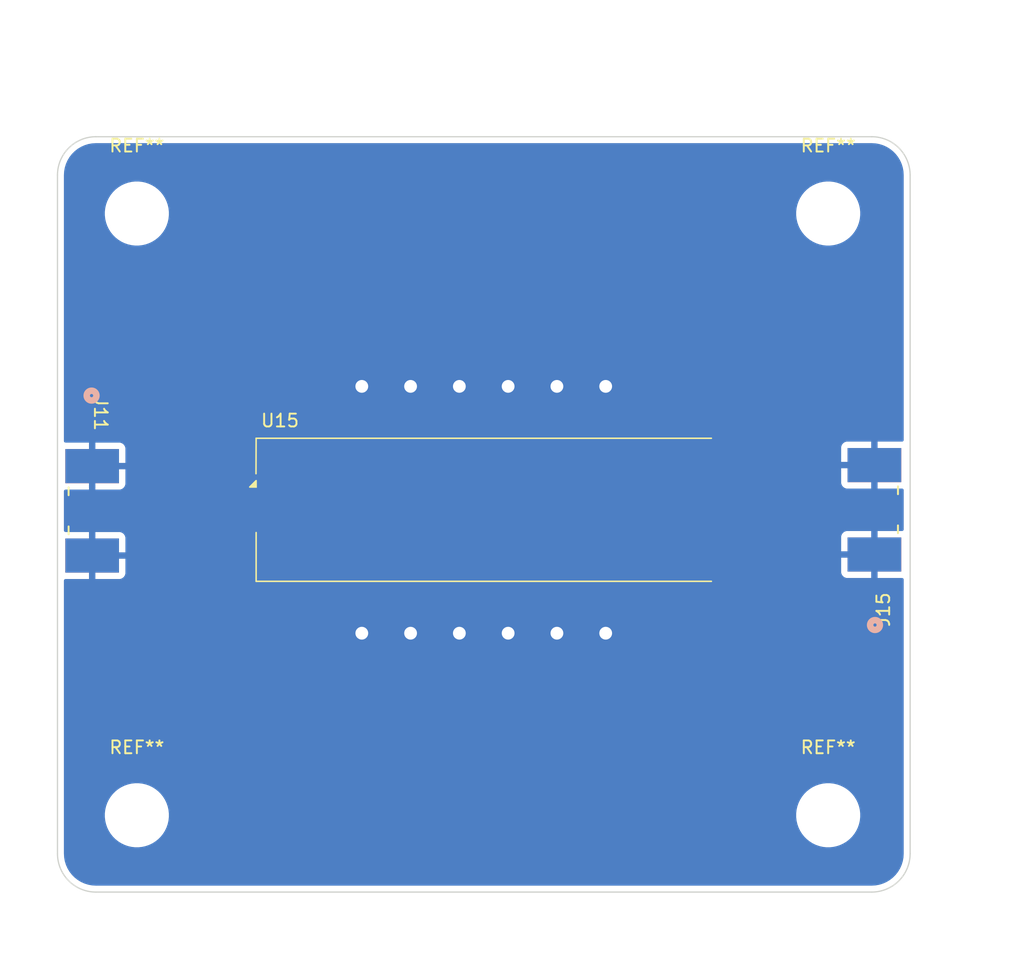
<source format=kicad_pcb>
(kicad_pcb (version 20240108) (generator "pcbnew") (generator_version "8.0")
  (title_block (title "RCA Telescope PCBs") (date "2025-03-30"))
  (layers (0 "F.Cu" signal) (31 "B.Cu" signal) (34 "B.Paste" user) (35 "F.Paste" user) (36 "B.SilkS" user "B.Silkscreen") (37 "F.SilkS" user "F.Silkscreen") (38 "B.Mask" user) (39 "F.Mask" user) (44 "Edge.Cuts" user))
  (net 0 "")
  (net 1 "/SMDFilter/SIGNAL_IN")
  (net 2 "/SMDFilter/SIGNAL_OUT")
  (net 3 "/SMDFilter/GND")
  (footprint "MountingHole:MountingHole_4.3mm_M4" (layer "F.Cu") (at 236.9 26)
    (property "Reference" "REF**" (at 0 -5.3 0) (layer "F.SilkS"))
    (property "Value" "MountingHole_4.3mm_M4")
    (pad "" np_thru_hole circle (at 0 0) (size 4.3 4.3) (drill 4.3) (layers "*.Cu" "*.Mask"))
  )
  (footprint "MountingHole:MountingHole_4.3mm_M4" (layer "F.Cu") (at 182.9 73)
    (property "Reference" "REF**" (at 0 -5.3 0) (layer "F.SilkS"))
    (property "Value" "MountingHole_4.3mm_M4")
    (pad "" np_thru_hole circle (at 0 0) (size 4.3 4.3) (drill 4.3) (layers "*.Cu" "*.Mask"))
  )
  (footprint "RF_Mini-Circuits:Mini-Circuits_HQ1157" (layer "F.Cu") (at 209.996 49.1405 90)
    (property "Reference" "U15" (at 6.96464 -15.916 0) (layer "F.SilkS"))
    (property "Value" "BPF-A1340+")
    (fp_line (start 2.82 -17.79) (end 5.588 -17.78) (stroke (width 0.12)) (layer "F.SilkS"))
    (fp_line (start 5.588 -17.78) (end 5.588 17.78) (stroke (width 0.12)) (layer "F.SilkS"))
    (fp_line (start -5.588 -17.78) (end -1.778 -17.78) (stroke (width 0.12)) (layer "F.SilkS"))
    (fp_line (start -5.588 -17.78) (end -5.588 17.78) (stroke (width 0.12)) (layer "F.SilkS"))
    (fp_poly (pts (xy 1.778 -17.78) (xy 1.778 -18.28) (xy 2.278 -17.78) (xy 1.778 -17.78)) (stroke (width 0.12)) (fill solid) (layer "F.SilkS"))
    (pad "1" smd rect (at 0 -16.256) (size 3.048 2.54) (layers "F.Cu" "F.Paste" "F.Mask") (net 1 "/SMDFilter/SIGNAL_IN"))
    (pad "2" smd rect (at -3.6195 -9.525 180) (size 2.54 3.048) (layers "F.Cu" "F.Paste" "F.Mask") (net 3 "/SMDFilter/GND"))
    (pad "3" smd rect (at -3.6195 -5.715 180) (size 2.54 3.048) (layers "F.Cu" "F.Paste" "F.Mask") (net 3 "/SMDFilter/GND"))
    (pad "4" smd rect (at -3.6195 -1.905 180) (size 2.54 3.048) (layers "F.Cu" "F.Paste" "F.Mask") (net 3 "/SMDFilter/GND"))
    (pad "5" smd rect (at -3.6195 1.905 180) (size 2.54 3.048) (layers "F.Cu" "F.Paste" "F.Mask") (net 3 "/SMDFilter/GND"))
    (pad "6" smd rect (at -3.6195 5.715 180) (size 2.54 3.048) (layers "F.Cu" "F.Paste" "F.Mask") (net 3 "/SMDFilter/GND"))
    (pad "7" smd rect (at -3.6195 9.525 180) (size 2.54 3.048) (layers "F.Cu" "F.Paste" "F.Mask") (net 3 "/SMDFilter/GND"))
    (pad "8" smd rect (at 0 16.256) (size 3.048 2.54) (layers "F.Cu" "F.Paste" "F.Mask") (net 2 "/SMDFilter/SIGNAL_OUT"))
    (pad "9" smd rect (at 3.6195 9.525) (size 2.54 3.048) (layers "F.Cu" "F.Paste" "F.Mask") (net 3 "/SMDFilter/GND"))
    (pad "10" smd rect (at 3.6195 5.715) (size 2.54 3.048) (layers "F.Cu" "F.Paste" "F.Mask") (net 3 "/SMDFilter/GND"))
    (pad "11" smd rect (at 3.6195 1.905) (size 2.54 3.048) (layers "F.Cu" "F.Paste" "F.Mask") (net 3 "/SMDFilter/GND"))
    (pad "12" smd rect (at 3.6195 -1.905) (size 2.54 3.048) (layers "F.Cu" "F.Paste" "F.Mask") (net 3 "/SMDFilter/GND"))
    (pad "13" smd rect (at 3.6195 -5.715) (size 2.54 3.048) (layers "F.Cu" "F.Paste" "F.Mask") (net 3 "/SMDFilter/GND"))
    (pad "14" smd rect (at 3.6195 -9.525) (size 2.54 3.048) (layers "F.Cu" "F.Paste" "F.Mask") (net 3 "/SMDFilter/GND"))
  )
  (footprint "Library:Kikit_Board_Label" (layer "F.Cu") (at 192.9 20)
    (property "Reference" "SF")
    (property "Value" "Kikit_Board_Label")
  )
  (footprint "MountingHole:MountingHole_4.3mm_M4" (layer "F.Cu") (at 182.9 26)
    (property "Reference" "REF**" (at 0 -5.3 0) (layer "F.SilkS"))
    (property "Value" "MountingHole_4.3mm_M4")
    (pad "" np_thru_hole circle (at 0 0) (size 4.3 4.3) (drill 4.3) (layers "*.Cu" "*.Mask"))
  )
  (footprint "Library:CONN_142-0711-821_CIN" (layer "F.Cu") (at 235.55526 49.1405 90)
    (property "Reference" "J15" (at -7.8 5.653 90) (layer "F.SilkS"))
    (property "Value" "ANT")
    (fp_circle (center -9 5) (end -8.619 5) (stroke (width 0.508)) (fill none) (layer "B.SilkS"))
    (fp_line (start 1.22174 6.7945) (end 1.82626 6.7945) (stroke (width 0.1524)) (layer "F.SilkS"))
    (fp_line (start -1.82626 6.7945) (end -1.22174 6.7945) (stroke (width 0.1524)) (layer "F.SilkS"))
    (pad "1" smd rect (at 0 4.953 90) (size 1.778 4.191) (layers "F.Cu" "F.Paste" "F.Mask") (net 2 "/SMDFilter/SIGNAL_OUT"))
    (pad "3" smd rect (at -3.4925 4.953 90) (size 2.667 4.191) (layers "F.Cu" "F.Paste" "F.Mask"))
    (pad "4" smd rect (at -3.4925 4.953 90) (size 2.667 4.191) (layers "B.Cu" "B.Paste" "B.Mask") (net 3 "/SMDFilter/GND"))
    (pad "5" smd rect (at 3.4925 4.953 90) (size 2.667 4.191) (layers "F.Cu" "F.Paste" "F.Mask"))
    (pad "6" smd rect (at 3.4925 4.953 90) (size 2.667 4.191) (layers "B.Cu" "B.Paste" "B.Mask") (net 3 "/SMDFilter/GND"))
  )
  (footprint "MountingHole:MountingHole_4.3mm_M4" (layer "F.Cu") (at 236.9 73)
    (property "Reference" "REF**" (at 0 -5.3 0) (layer "F.SilkS"))
    (property "Value" "MountingHole_4.3mm_M4")
    (pad "" np_thru_hole circle (at 0 0) (size 4.3 4.3) (drill 4.3) (layers "*.Cu" "*.Mask"))
  )
  (footprint "Library:CONN_142-0711-821_CIN" (layer "F.Cu") (at 184.363 49.2205 -90)
    (property "Reference" "J11" (at -7.59 4.283 -90) (layer "F.SilkS"))
    (property "Value" "ANT")
    (fp_circle (center -9 5) (end -8.619 5) (stroke (width 0.508)) (fill none) (layer "B.SilkS"))
    (fp_line (start -1.82626 6.7945) (end -1.22174 6.7945) (stroke (width 0.1524)) (layer "F.SilkS"))
    (fp_line (start 1.22174 6.7945) (end 1.82626 6.7945) (stroke (width 0.1524)) (layer "F.SilkS"))
    (pad "1" smd rect (at 0 4.953 270) (size 1.778 4.191) (layers "F.Cu" "F.Paste" "F.Mask") (net 1 "/SMDFilter/SIGNAL_IN"))
    (pad "3" smd rect (at -3.4925 4.953 270) (size 2.667 4.191) (layers "F.Cu" "F.Paste" "F.Mask"))
    (pad "4" smd rect (at -3.4925 4.953 270) (size 2.667 4.191) (layers "B.Cu" "B.Paste" "B.Mask") (net 3 "/SMDFilter/GND"))
    (pad "5" smd rect (at 3.4925 4.953 270) (size 2.667 4.191) (layers "F.Cu" "F.Paste" "F.Mask"))
    (pad "6" smd rect (at 3.4925 4.953 270) (size 2.667 4.191) (layers "B.Cu" "B.Paste" "B.Mask") (net 3 "/SMDFilter/GND"))
  )
  (gr_rect (start 217.86 38) (end 221.18 44) (fill solid) (layer "F.Cu") (net 3))
  (gr_rect (start 202.621 54.28) (end 205.941 60.28) (fill solid) (layer "F.Cu") (net 3))
  (gr_rect (start 206.43 38) (end 209.75 44) (fill solid) (layer "F.Cu") (net 3))
  (gr_rect (start 210.24 38) (end 213.56 44) (fill solid) (layer "F.Cu") (net 3))
  (gr_poly (pts (xy 227.77 50.80248) (xy 238.04526 50.80502) (xy 242.7703 50.14462) (xy 242.7703 48.1431) (xy 238.0459 47.4827) (xy 227.77 47.4805)) (fill solid) (layer "F.Cu") (net 2))
  (gr_rect (start 210.241 54.28) (end 213.561 60.28) (fill solid) (layer "F.Cu") (net 3))
  (gr_rect (start 217.861 54.28) (end 221.181 60.28) (fill solid) (layer "F.Cu") (net 3))
  (gr_rect (start 214.05 38) (end 217.37 44) (fill solid) (layer "F.Cu") (net 3))
  (gr_rect (start 198.81 38) (end 202.13 44) (fill solid) (layer "F.Cu") (net 3))
  (gr_rect (start 202.62 38) (end 205.94 44) (fill solid) (layer "F.Cu") (net 3))
  (gr_rect (start 198.811 54.28) (end 202.131 60.28) (fill solid) (layer "F.Cu") (net 3))
  (gr_rect (start 206.431 54.28) (end 209.751 60.28) (fill solid) (layer "F.Cu") (net 3))
  (gr_rect (start 214.051 54.28) (end 217.371 60.28) (fill solid) (layer "F.Cu") (net 3))
  (gr_poly (pts (xy 177.21668 50.22322) (xy 182.21 50.84298) (xy 192.22 50.84298) (xy 192.22 47.5232) (xy 182.21794 47.5232) (xy 177.21668 48.2217)) (fill solid) (layer "F.Cu") (net 1))
  (gr_line (start 176.7 76) (end 176.7 23) (stroke (width 0.1)) (layer "Edge.Cuts"))
  (gr_arc (start 243.3 76) (mid 242.42132 78.12132) (end 240.3 79) (stroke (width 0.1)) (layer "Edge.Cuts"))
  (gr_line (start 179.7 20) (end 240.3 20) (stroke (width 0.1)) (layer "Edge.Cuts"))
  (gr_arc (start 179.7 79) (mid 177.578679 78.12132) (end 176.7 76) (stroke (width 0.1)) (layer "Edge.Cuts"))
  (gr_arc (start 240.3 20) (mid 242.42132 20.878679) (end 243.3 23) (stroke (width 0.1)) (layer "Edge.Cuts"))
  (gr_line (start 240.3 79) (end 179.7 79) (stroke (width 0.1)) (layer "Edge.Cuts"))
  (gr_line (start 243.3 23) (end 243.3 76) (stroke (width 0.1)) (layer "Edge.Cuts"))
  (gr_arc (start 176.7 23) (mid 177.578679 20.878679) (end 179.7 20) (stroke (width 0.1)) (layer "Edge.Cuts"))
  (via (at 204.281 58.78) (size 1.4) (drill 1) (layers "F.Cu" "B.Cu") (net 3))
  (via (at 211.9 39.5) (size 1.4) (drill 1) (layers "F.Cu" "B.Cu") (net 3))
  (via (at 211.901 58.78) (size 1.4) (drill 1) (layers "F.Cu" "B.Cu") (net 3))
  (via (at 219.521 58.78) (size 1.4) (drill 1) (layers "F.Cu" "B.Cu") (net 3))
  (via (at 204.28 39.5) (size 1.4) (drill 1) (layers "F.Cu" "B.Cu") (net 3))
  (via (at 208.09 39.5) (size 1.4) (drill 1) (layers "F.Cu" "B.Cu") (net 3))
  (via (at 219.52 39.5) (size 1.4) (drill 1) (layers "F.Cu" "B.Cu") (net 3))
  (via (at 200.47 39.5) (size 1.4) (drill 1) (layers "F.Cu" "B.Cu") (net 3))
  (via (at 208.091 58.78) (size 1.4) (drill 1) (layers "F.Cu" "B.Cu") (net 3))
  (via (at 215.711 58.78) (size 1.4) (drill 1) (layers "F.Cu" "B.Cu") (net 3))
  (via (at 200.471 58.78) (size 1.4) (drill 1) (layers "F.Cu" "B.Cu") (net 3))
  (via (at 215.71 39.5) (size 1.4) (drill 1) (layers "F.Cu" "B.Cu") (net 3))
  (zone (net 3) (net_name "/SMDFilter/GND") (layer "B.Cu") (name "SMDFILTER_GND_FILL") (connect_pads (clearance 0.5)) (min_thickness 0.25) (fill yes (thermal_gap 0.5) (thermal_bridge_width 0.5) (island_removal_mode 1) (island_area_min 10))
    (polygon (pts (xy 172.21 9.3205) (xy 252.21 9.3205) (xy 252.21 84.3205) (xy 172.21 84.3205)))
  )
)
</source>
